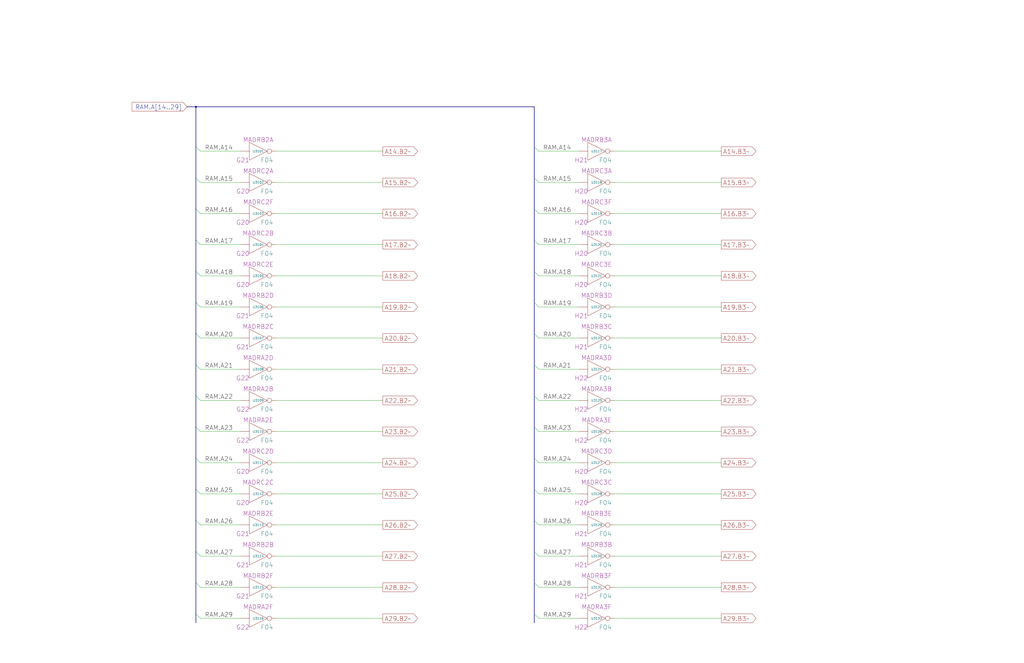
<source format=kicad_sch>
(kicad_sch (version 20250114) (generator "eeschema") (generator_version "9.0")
  (paper "User" 584.2 378.46)
  (title_block (title "MEMORY\\nBYTE 2 & 3 ADDRESS DRIVERS") (date "22-SEP-90") (rev "2.0") (comment 1 "IOC") (comment 2 "232-003061") (comment 3 "S400") (comment 4 "RELEASED"))
  (lib_symbols
    (symbol "r1000:F04" (pin_numbers (hide yes)) (pin_names (hide yes))
      (property "Reference" "U" (at 0 0 0))
      (property "Value" "F04" (at 1.27 -5.08 0))
      (property "Location" "___" (at -12.7 -5.08 0))
      (property "Name" "______" (at 0 5.08 0))
      (symbol "F04_0_1"
        (polyline (pts (xy -7.62 0) (xy -5.08 0)) (stroke (width 0.1524)))
        (polyline (pts (xy -5.08 5.08) (xy -5.08 -5.08)) (stroke (width 0.1524)))
        (polyline (pts (xy 5.08 0) (xy -5.08 5.08)) (stroke (width 0.1524)))
        (polyline (pts (xy 5.08 0) (xy -5.08 -5.08)) (stroke (width 0.1524)))
        (circle (center 6.35 0) (radius 1.27) (stroke (width 0.1524)))
      )
      (symbol "F04_1_1"
        (pin input line (at -10.16 0 0) (length 2.54) (name "D0") (number "1"))
        (pin output line (at 10.16 0 180) (length 2.54) (name "Q") (number "2"))
      )
    )
  )
  (junction (at 111.76 60.96))
  (bus_entry (at 111.76 137.16) (size 2.54 2.54))
  (bus_entry (at 304.8 226.06) (size 2.54 2.54))
  (bus_entry (at 111.76 314.96) (size 2.54 2.54))
  (bus_entry (at 111.76 297.18) (size 2.54 2.54))
  (bus_entry (at 304.8 154.94) (size 2.54 2.54))
  (bus_entry (at 111.76 279.4) (size 2.54 2.54))
  (bus_entry (at 304.8 101.6) (size 2.54 2.54))
  (bus_entry (at 111.76 154.94) (size 2.54 2.54))
  (bus_entry (at 111.76 261.62) (size 2.54 2.54))
  (bus_entry (at 304.8 243.84) (size 2.54 2.54))
  (bus_entry (at 111.76 83.82) (size 2.54 2.54))
  (bus_entry (at 304.8 208.28) (size 2.54 2.54))
  (bus_entry (at 304.8 119.38) (size 2.54 2.54))
  (bus_entry (at 111.76 119.38) (size 2.54 2.54))
  (bus_entry (at 304.8 83.82) (size 2.54 2.54))
  (bus_entry (at 111.76 190.5) (size 2.54 2.54))
  (bus_entry (at 304.8 279.4) (size 2.54 2.54))
  (bus_entry (at 304.8 297.18) (size 2.54 2.54))
  (bus_entry (at 304.8 332.74) (size 2.54 2.54))
  (bus_entry (at 111.76 101.6) (size 2.54 2.54))
  (bus_entry (at 111.76 208.28) (size 2.54 2.54))
  (bus_entry (at 111.76 332.74) (size 2.54 2.54))
  (bus_entry (at 111.76 226.06) (size 2.54 2.54))
  (bus_entry (at 111.76 243.84) (size 2.54 2.54))
  (bus_entry (at 304.8 261.62) (size 2.54 2.54))
  (bus_entry (at 304.8 314.96) (size 2.54 2.54))
  (bus_entry (at 111.76 350.52) (size 2.54 2.54))
  (bus_entry (at 304.8 137.16) (size 2.54 2.54))
  (bus_entry (at 111.76 172.72) (size 2.54 2.54))
  (bus_entry (at 304.8 172.72) (size 2.54 2.54))
  (bus_entry (at 304.8 350.52) (size 2.54 2.54))
  (bus_entry (at 304.8 190.5) (size 2.54 2.54))
  (wire (pts (xy 114.3 121.92) (xy 137.16 121.92)))
  (bus (pts (xy 304.8 154.94) (xy 304.8 172.72)))
  (bus (pts (xy 111.76 101.6) (xy 111.76 119.38)))
  (bus (pts (xy 111.76 350.52) (xy 111.76 355.6)))
  (wire (pts (xy 307.34 210.82) (xy 330.2 210.82)))
  (wire (pts (xy 114.3 299.72) (xy 137.16 299.72)))
  (bus (pts (xy 111.76 119.38) (xy 111.76 137.16)))
  (bus (pts (xy 304.8 226.06) (xy 304.8 243.84)))
  (wire (pts (xy 350.52 228.6) (xy 411.48 228.6)))
  (wire (pts (xy 350.52 193.04) (xy 411.48 193.04)))
  (bus (pts (xy 304.8 314.96) (xy 304.8 332.74)))
  (wire (pts (xy 307.34 317.5) (xy 330.2 317.5)))
  (wire (pts (xy 350.52 335.28) (xy 411.48 335.28)))
  (wire (pts (xy 114.3 335.28) (xy 137.16 335.28)))
  (bus (pts (xy 106.68 60.96) (xy 111.76 60.96)))
  (wire (pts (xy 350.52 210.82) (xy 411.48 210.82)))
  (wire (pts (xy 157.48 104.14) (xy 218.44 104.14)))
  (wire (pts (xy 157.48 228.6) (xy 218.44 228.6)))
  (wire (pts (xy 350.52 175.26) (xy 411.48 175.26)))
  (wire (pts (xy 350.52 104.14) (xy 411.48 104.14)))
  (wire (pts (xy 307.34 246.38) (xy 330.2 246.38)))
  (bus (pts (xy 111.76 297.18) (xy 111.76 314.96)))
  (wire (pts (xy 157.48 281.94) (xy 218.44 281.94)))
  (wire (pts (xy 114.3 246.38) (xy 137.16 246.38)))
  (bus (pts (xy 304.8 60.96) (xy 304.8 83.82)))
  (wire (pts (xy 114.3 281.94) (xy 137.16 281.94)))
  (wire (pts (xy 350.52 299.72) (xy 411.48 299.72)))
  (wire (pts (xy 350.52 121.92) (xy 411.48 121.92)))
  (wire (pts (xy 157.48 157.48) (xy 218.44 157.48)))
  (wire (pts (xy 307.34 86.36) (xy 330.2 86.36)))
  (wire (pts (xy 307.34 193.04) (xy 330.2 193.04)))
  (wire (pts (xy 350.52 139.7) (xy 411.48 139.7)))
  (wire (pts (xy 114.3 139.7) (xy 137.16 139.7)))
  (wire (pts (xy 307.34 335.28) (xy 330.2 335.28)))
  (bus (pts (xy 304.8 137.16) (xy 304.8 154.94)))
  (wire (pts (xy 157.48 210.82) (xy 218.44 210.82)))
  (wire (pts (xy 307.34 175.26) (xy 330.2 175.26)))
  (wire (pts (xy 114.3 228.6) (xy 137.16 228.6)))
  (bus (pts (xy 111.76 137.16) (xy 111.76 154.94)))
  (bus (pts (xy 111.76 279.4) (xy 111.76 297.18)))
  (wire (pts (xy 307.34 228.6) (xy 330.2 228.6)))
  (wire (pts (xy 114.3 175.26) (xy 137.16 175.26)))
  (bus (pts (xy 111.76 226.06) (xy 111.76 243.84)))
  (wire (pts (xy 157.48 246.38) (xy 218.44 246.38)))
  (bus (pts (xy 304.8 332.74) (xy 304.8 350.52)))
  (wire (pts (xy 157.48 86.36) (xy 218.44 86.36)))
  (wire (pts (xy 307.34 139.7) (xy 330.2 139.7)))
  (wire (pts (xy 157.48 175.26) (xy 218.44 175.26)))
  (wire (pts (xy 157.48 353.06) (xy 218.44 353.06)))
  (wire (pts (xy 157.48 193.04) (xy 218.44 193.04)))
  (wire (pts (xy 350.52 281.94) (xy 411.48 281.94)))
  (bus (pts (xy 304.8 261.62) (xy 304.8 279.4)))
  (bus (pts (xy 111.76 172.72) (xy 111.76 190.5)))
  (bus (pts (xy 304.8 297.18) (xy 304.8 314.96)))
  (wire (pts (xy 350.52 86.36) (xy 411.48 86.36)))
  (wire (pts (xy 350.52 353.06) (xy 411.48 353.06)))
  (wire (pts (xy 307.34 104.14) (xy 330.2 104.14)))
  (wire (pts (xy 307.34 157.48) (xy 330.2 157.48)))
  (wire (pts (xy 157.48 264.16) (xy 218.44 264.16)))
  (wire (pts (xy 114.3 86.36) (xy 137.16 86.36)))
  (bus (pts (xy 111.76 83.82) (xy 111.76 101.6)))
  (bus (pts (xy 111.76 243.84) (xy 111.76 261.62)))
  (wire (pts (xy 350.52 317.5) (xy 411.48 317.5)))
  (bus (pts (xy 111.76 60.96) (xy 304.8 60.96)))
  (bus (pts (xy 304.8 101.6) (xy 304.8 119.38)))
  (wire (pts (xy 307.34 281.94) (xy 330.2 281.94)))
  (wire (pts (xy 114.3 264.16) (xy 137.16 264.16)))
  (wire (pts (xy 307.34 264.16) (xy 330.2 264.16)))
  (wire (pts (xy 114.3 317.5) (xy 137.16 317.5)))
  (wire (pts (xy 114.3 157.48) (xy 137.16 157.48)))
  (bus (pts (xy 111.76 332.74) (xy 111.76 350.52)))
  (wire (pts (xy 114.3 104.14) (xy 137.16 104.14)))
  (wire (pts (xy 157.48 317.5) (xy 218.44 317.5)))
  (bus (pts (xy 304.8 190.5) (xy 304.8 208.28)))
  (wire (pts (xy 307.34 353.06) (xy 330.2 353.06)))
  (wire (pts (xy 157.48 335.28) (xy 218.44 335.28)))
  (bus (pts (xy 304.8 83.82) (xy 304.8 101.6)))
  (bus (pts (xy 111.76 261.62) (xy 111.76 279.4)))
  (wire (pts (xy 350.52 246.38) (xy 411.48 246.38)))
  (wire (pts (xy 157.48 121.92) (xy 218.44 121.92)))
  (wire (pts (xy 307.34 121.92) (xy 330.2 121.92)))
  (bus (pts (xy 111.76 314.96) (xy 111.76 332.74)))
  (bus (pts (xy 304.8 208.28) (xy 304.8 226.06)))
  (wire (pts (xy 114.3 210.82) (xy 137.16 210.82)))
  (wire (pts (xy 114.3 353.06) (xy 137.16 353.06)))
  (wire (pts (xy 114.3 193.04) (xy 137.16 193.04)))
  (bus (pts (xy 111.76 208.28) (xy 111.76 226.06)))
  (wire (pts (xy 350.52 157.48) (xy 411.48 157.48)))
  (bus (pts (xy 304.8 119.38) (xy 304.8 137.16)))
  (wire (pts (xy 157.48 299.72) (xy 218.44 299.72)))
  (bus (pts (xy 304.8 279.4) (xy 304.8 297.18)))
  (bus (pts (xy 111.76 190.5) (xy 111.76 208.28)))
  (bus (pts (xy 304.8 350.52) (xy 304.8 355.6)))
  (wire (pts (xy 157.48 139.7) (xy 218.44 139.7)))
  (wire (pts (xy 307.34 299.72) (xy 330.2 299.72)))
  (wire (pts (xy 350.52 264.16) (xy 411.48 264.16)))
  (bus (pts (xy 304.8 243.84) (xy 304.8 261.62)))
  (bus (pts (xy 111.76 154.94) (xy 111.76 172.72)))
  (bus (pts (xy 111.76 60.96) (xy 111.76 83.82)))
  (bus (pts (xy 304.8 172.72) (xy 304.8 190.5)))
  (label "RAM.A28" (at 116.84 335.28 0) (effects (font (size 2.54 2.54))))
  (label "RAM.A27" (at 309.88 317.5 0) (effects (font (size 2.54 2.54))))
  (label "RAM.A23" (at 116.84 246.38 0) (effects (font (size 2.54 2.54))))
  (label "RAM.A24" (at 116.84 264.16 0) (effects (font (size 2.54 2.54))))
  (label "RAM.A19" (at 309.88 175.26 0) (effects (font (size 2.54 2.54))))
  (label "RAM.A22" (at 116.84 228.6 0) (effects (font (size 2.54 2.54))))
  (label "RAM.A18" (at 116.84 157.48 0) (effects (font (size 2.54 2.54))))
  (label "RAM.A16" (at 309.88 121.92 0) (effects (font (size 2.54 2.54))))
  (label "RAM.A15" (at 116.84 104.14 0) (effects (font (size 2.54 2.54))))
  (label "RAM.A17" (at 309.88 139.7 0) (effects (font (size 2.54 2.54))))
  (label "RAM.A18" (at 309.88 157.48 0) (effects (font (size 2.54 2.54))))
  (label "RAM.A28" (at 309.88 335.28 0) (effects (font (size 2.54 2.54))))
  (label "RAM.A29" (at 309.88 353.06 0) (effects (font (size 2.54 2.54))))
  (label "RAM.A25" (at 116.84 281.94 0) (effects (font (size 2.54 2.54))))
  (label "RAM.A22" (at 309.88 228.6 0) (effects (font (size 2.54 2.54))))
  (label "RAM.A19" (at 116.84 175.26 0) (effects (font (size 2.54 2.54))))
  (label "RAM.A17" (at 116.84 139.7 0) (effects (font (size 2.54 2.54))))
  (label "RAM.A23" (at 309.88 246.38 0) (effects (font (size 2.54 2.54))))
  (label "RAM.A14" (at 309.88 86.36 0) (effects (font (size 2.54 2.54))))
  (label "RAM.A24" (at 309.88 264.16 0) (effects (font (size 2.54 2.54))))
  (label "RAM.A26" (at 309.88 299.72 0) (effects (font (size 2.54 2.54))))
  (label "RAM.A20" (at 116.84 193.04 0) (effects (font (size 2.54 2.54))))
  (label "RAM.A20" (at 309.88 193.04 0) (effects (font (size 2.54 2.54))))
  (label "RAM.A26" (at 116.84 299.72 0) (effects (font (size 2.54 2.54))))
  (label "RAM.A25" (at 309.88 281.94 0) (effects (font (size 2.54 2.54))))
  (label "RAM.A16" (at 116.84 121.92 0) (effects (font (size 2.54 2.54))))
  (label "RAM.A29" (at 116.84 353.06 0) (effects (font (size 2.54 2.54))))
  (label "RAM.A27" (at 116.84 317.5 0) (effects (font (size 2.54 2.54))))
  (label "RAM.A21" (at 116.84 210.82 0) (effects (font (size 2.54 2.54))))
  (label "RAM.A14" (at 116.84 86.36 0) (effects (font (size 2.54 2.54))))
  (label "RAM.A21" (at 309.88 210.82 0) (effects (font (size 2.54 2.54))))
  (label "RAM.A15" (at 309.88 104.14 0) (effects (font (size 2.54 2.54))))
  (global_label "A16.B2~" (shape output) (at 218.44 121.92 0) (effects (font (size 2.54 2.54))) (property "Intersheetrefs" "${INTERSHEET_REFS}" (at 238.887 121.7613 0) (effects (font (size 1.905 1.905)) (justify left))))
  (global_label "A19.B3~" (shape output) (at 411.48 175.26 0) (effects (font (size 2.54 2.54))) (property "Intersheetrefs" "${INTERSHEET_REFS}" (at 431.927 175.1013 0) (effects (font (size 1.905 1.905)) (justify left))))
  (global_label "A20.B3~" (shape output) (at 411.48 193.04 0) (effects (font (size 2.54 2.54))) (property "Intersheetrefs" "${INTERSHEET_REFS}" (at 431.927 192.8813 0) (effects (font (size 1.905 1.905)) (justify left))))
  (global_label "A14.B2~" (shape output) (at 218.44 86.36 0) (effects (font (size 2.54 2.54))) (property "Intersheetrefs" "${INTERSHEET_REFS}" (at 238.887 86.2013 0) (effects (font (size 1.905 1.905)) (justify left))))
  (global_label "A21.B2~" (shape output) (at 218.44 210.82 0) (effects (font (size 2.54 2.54))) (property "Intersheetrefs" "${INTERSHEET_REFS}" (at 238.887 210.6613 0) (effects (font (size 1.905 1.905)) (justify left))))
  (global_label "A28.B2~" (shape output) (at 218.44 335.28 0) (effects (font (size 2.54 2.54))) (property "Intersheetrefs" "${INTERSHEET_REFS}" (at 238.887 335.1213 0) (effects (font (size 1.905 1.905)) (justify left))))
  (global_label "A29.B3~" (shape output) (at 411.48 353.06 0) (effects (font (size 2.54 2.54))) (property "Intersheetrefs" "${INTERSHEET_REFS}" (at 431.927 352.9013 0) (effects (font (size 1.905 1.905)) (justify left))))
  (global_label "A16.B3~" (shape output) (at 411.48 121.92 0) (effects (font (size 2.54 2.54))) (property "Intersheetrefs" "${INTERSHEET_REFS}" (at 431.927 121.7613 0) (effects (font (size 1.905 1.905)) (justify left))))
  (global_label "RAM.A[14..29]" (shape input) (at 106.68 60.96 180) (effects (font (size 2.54 2.54))) (property "Intersheetrefs" "${INTERSHEET_REFS}" (at 74.9844 60.8013 0) (effects (font (size 1.905 1.905)) (justify right))))
  (global_label "A20.B2~" (shape output) (at 218.44 193.04 0) (effects (font (size 2.54 2.54))) (property "Intersheetrefs" "${INTERSHEET_REFS}" (at 238.887 192.8813 0) (effects (font (size 1.905 1.905)) (justify left))))
  (global_label "A15.B2~" (shape output) (at 218.44 104.14 0) (effects (font (size 2.54 2.54))) (property "Intersheetrefs" "${INTERSHEET_REFS}" (at 238.887 103.9813 0) (effects (font (size 1.905 1.905)) (justify left))))
  (global_label "A24.B2~" (shape output) (at 218.44 264.16 0) (effects (font (size 2.54 2.54))) (property "Intersheetrefs" "${INTERSHEET_REFS}" (at 238.887 264.0013 0) (effects (font (size 1.905 1.905)) (justify left))))
  (global_label "A27.B2~" (shape output) (at 218.44 317.5 0) (effects (font (size 2.54 2.54))) (property "Intersheetrefs" "${INTERSHEET_REFS}" (at 238.887 317.3413 0) (effects (font (size 1.905 1.905)) (justify left))))
  (global_label "A25.B3~" (shape output) (at 411.48 281.94 0) (effects (font (size 2.54 2.54))) (property "Intersheetrefs" "${INTERSHEET_REFS}" (at 431.927 281.7813 0) (effects (font (size 1.905 1.905)) (justify left))))
  (global_label "A22.B2~" (shape output) (at 218.44 228.6 0) (effects (font (size 2.54 2.54))) (property "Intersheetrefs" "${INTERSHEET_REFS}" (at 238.887 228.4413 0) (effects (font (size 1.905 1.905)) (justify left))))
  (global_label "A21.B3~" (shape output) (at 411.48 210.82 0) (effects (font (size 2.54 2.54))) (property "Intersheetrefs" "${INTERSHEET_REFS}" (at 431.927 210.6613 0) (effects (font (size 1.905 1.905)) (justify left))))
  (global_label "A27.B3~" (shape output) (at 411.48 317.5 0) (effects (font (size 2.54 2.54))) (property "Intersheetrefs" "${INTERSHEET_REFS}" (at 431.927 317.3413 0) (effects (font (size 1.905 1.905)) (justify left))))
  (global_label "A25.B2~" (shape output) (at 218.44 281.94 0) (effects (font (size 2.54 2.54))) (property "Intersheetrefs" "${INTERSHEET_REFS}" (at 238.887 281.7813 0) (effects (font (size 1.905 1.905)) (justify left))))
  (global_label "A24.B3~" (shape output) (at 411.48 264.16 0) (effects (font (size 2.54 2.54))) (property "Intersheetrefs" "${INTERSHEET_REFS}" (at 431.927 264.0013 0) (effects (font (size 1.905 1.905)) (justify left))))
  (global_label "A17.B2~" (shape output) (at 218.44 139.7 0) (effects (font (size 2.54 2.54))) (property "Intersheetrefs" "${INTERSHEET_REFS}" (at 238.887 139.5413 0) (effects (font (size 1.905 1.905)) (justify left))))
  (global_label "A19.B2~" (shape output) (at 218.44 175.26 0) (effects (font (size 2.54 2.54))) (property "Intersheetrefs" "${INTERSHEET_REFS}" (at 238.887 175.1013 0) (effects (font (size 1.905 1.905)) (justify left))))
  (global_label "A26.B2~" (shape output) (at 218.44 299.72 0) (effects (font (size 2.54 2.54))) (property "Intersheetrefs" "${INTERSHEET_REFS}" (at 238.887 299.5613 0) (effects (font (size 1.905 1.905)) (justify left))))
  (global_label "A22.B3~" (shape output) (at 411.48 228.6 0) (effects (font (size 2.54 2.54))) (property "Intersheetrefs" "${INTERSHEET_REFS}" (at 431.927 228.4413 0) (effects (font (size 1.905 1.905)) (justify left))))
  (global_label "A15.B3~" (shape output) (at 411.48 104.14 0) (effects (font (size 2.54 2.54))) (property "Intersheetrefs" "${INTERSHEET_REFS}" (at 431.927 103.9813 0) (effects (font (size 1.905 1.905)) (justify left))))
  (global_label "A29.B2~" (shape output) (at 218.44 353.06 0) (effects (font (size 2.54 2.54))) (property "Intersheetrefs" "${INTERSHEET_REFS}" (at 238.887 352.9013 0) (effects (font (size 1.905 1.905)) (justify left))))
  (global_label "A17.B3~" (shape output) (at 411.48 139.7 0) (effects (font (size 2.54 2.54))) (property "Intersheetrefs" "${INTERSHEET_REFS}" (at 431.927 139.5413 0) (effects (font (size 1.905 1.905)) (justify left))))
  (global_label "A18.B3~" (shape output) (at 411.48 157.48 0) (effects (font (size 2.54 2.54))) (property "Intersheetrefs" "${INTERSHEET_REFS}" (at 431.927 157.3213 0) (effects (font (size 1.905 1.905)) (justify left))))
  (global_label "A28.B3~" (shape output) (at 411.48 335.28 0) (effects (font (size 2.54 2.54))) (property "Intersheetrefs" "${INTERSHEET_REFS}" (at 431.927 335.1213 0) (effects (font (size 1.905 1.905)) (justify left))))
  (global_label "A23.B3~" (shape output) (at 411.48 246.38 0) (effects (font (size 2.54 2.54))) (property "Intersheetrefs" "${INTERSHEET_REFS}" (at 431.927 246.2213 0) (effects (font (size 1.905 1.905)) (justify left))))
  (global_label "A18.B2~" (shape output) (at 218.44 157.48 0) (effects (font (size 2.54 2.54))) (property "Intersheetrefs" "${INTERSHEET_REFS}" (at 238.887 157.3213 0) (effects (font (size 1.905 1.905)) (justify left))))
  (global_label "A26.B3~" (shape output) (at 411.48 299.72 0) (effects (font (size 2.54 2.54))) (property "Intersheetrefs" "${INTERSHEET_REFS}" (at 431.927 299.5613 0) (effects (font (size 1.905 1.905)) (justify left))))
  (global_label "A23.B2~" (shape output) (at 218.44 246.38 0) (effects (font (size 2.54 2.54))) (property "Intersheetrefs" "${INTERSHEET_REFS}" (at 238.887 246.2213 0) (effects (font (size 1.905 1.905)) (justify left))))
  (global_label "A14.B3~" (shape output) (at 411.48 86.36 0) (effects (font (size 2.54 2.54))) (property "Intersheetrefs" "${INTERSHEET_REFS}" (at 431.927 86.2013 0) (effects (font (size 1.905 1.905)) (justify left))))
  (symbol (lib_id "r1000:F04") (at 147.32 193.04 0) (unit 1)
    (property "Reference" "U3107" (at 147.32 193.04 0))
    (property "Value" "F04" (at 148.59 198.12 0) (effects (font (size 2.54 2.54)) (justify left)))
    (property "Location" "G21" (at 134.62 198.12 0) (effects (font (size 2.54 2.54)) (justify left)))
    (property "Name" "MADRB2C" (at 147.32 187.96 0) (effects (font (size 2.54 2.54)) (justify bottom)))
  )
  (symbol (lib_id "r1000:F04") (at 147.32 228.6 0) (unit 1)
    (property "Reference" "U3109" (at 147.32 228.6 0))
    (property "Value" "F04" (at 148.59 233.68 0) (effects (font (size 2.54 2.54)) (justify left)))
    (property "Location" "G22" (at 134.62 233.68 0) (effects (font (size 2.54 2.54)) (justify left)))
    (property "Name" "MADRA2B" (at 147.32 223.52 0) (effects (font (size 2.54 2.54)) (justify bottom)))
  )
  (symbol (lib_id "r1000:F04") (at 147.32 246.38 0) (unit 1)
    (property "Reference" "U3110" (at 147.32 246.38 0))
    (property "Value" "F04" (at 148.59 251.46 0) (effects (font (size 2.54 2.54)) (justify left)))
    (property "Location" "G22" (at 134.62 251.46 0) (effects (font (size 2.54 2.54)) (justify left)))
    (property "Name" "MADRA2E" (at 147.32 241.3 0) (effects (font (size 2.54 2.54)) (justify bottom)))
  )
  (symbol (lib_id "r1000:F04") (at 340.36 246.38 0) (unit 1)
    (property "Reference" "U3126" (at 340.36 246.38 0))
    (property "Value" "F04" (at 341.63 251.46 0) (effects (font (size 2.54 2.54)) (justify left)))
    (property "Location" "H22" (at 327.66 251.46 0) (effects (font (size 2.54 2.54)) (justify left)))
    (property "Name" "MADRA3E" (at 340.36 241.3 0) (effects (font (size 2.54 2.54)) (justify bottom)))
  )
  (symbol (lib_id "r1000:F04") (at 340.36 228.6 0) (unit 1)
    (property "Reference" "U3125" (at 340.36 228.6 0))
    (property "Value" "F04" (at 341.63 233.68 0) (effects (font (size 2.54 2.54)) (justify left)))
    (property "Location" "H22" (at 327.66 233.68 0) (effects (font (size 2.54 2.54)) (justify left)))
    (property "Name" "MADRA3B" (at 340.36 223.52 0) (effects (font (size 2.54 2.54)) (justify bottom)))
  )
  (symbol (lib_id "r1000:F04") (at 147.32 104.14 0) (unit 1)
    (property "Reference" "U3102" (at 147.32 104.14 0))
    (property "Value" "F04" (at 148.59 109.22 0) (effects (font (size 2.54 2.54)) (justify left)))
    (property "Location" "G20" (at 134.62 109.22 0) (effects (font (size 2.54 2.54)) (justify left)))
    (property "Name" "MADRC2A" (at 147.32 99.06 0) (effects (font (size 2.54 2.54)) (justify bottom)))
  )
  (symbol (lib_id "r1000:F04") (at 147.32 86.36 0) (unit 1)
    (property "Reference" "U3101" (at 147.32 86.36 0))
    (property "Value" "F04" (at 148.59 91.44 0) (effects (font (size 2.54 2.54)) (justify left)))
    (property "Location" "G21" (at 134.62 91.44 0) (effects (font (size 2.54 2.54)) (justify left)))
    (property "Name" "MADRB2A" (at 147.32 81.28 0) (effects (font (size 2.54 2.54)) (justify bottom)))
  )
  (symbol (lib_id "r1000:F04") (at 147.32 264.16 0) (unit 1)
    (property "Reference" "U3111" (at 147.32 264.16 0))
    (property "Value" "F04" (at 148.59 269.24 0) (effects (font (size 2.54 2.54)) (justify left)))
    (property "Location" "G20" (at 134.62 269.24 0) (effects (font (size 2.54 2.54)) (justify left)))
    (property "Name" "MADRC2D" (at 147.32 259.08 0) (effects (font (size 2.54 2.54)) (justify bottom)))
  )
  (symbol (lib_id "r1000:F04") (at 340.36 317.5 0) (unit 1)
    (property "Reference" "U3130" (at 340.36 317.5 0))
    (property "Value" "F04" (at 341.63 322.58 0) (effects (font (size 2.54 2.54)) (justify left)))
    (property "Location" "H21" (at 327.66 322.58 0) (effects (font (size 2.54 2.54)) (justify left)))
    (property "Name" "MADRB3B" (at 340.36 312.42 0) (effects (font (size 2.54 2.54)) (justify bottom)))
  )
  (symbol (lib_id "r1000:F04") (at 340.36 264.16 0) (unit 1)
    (property "Reference" "U3127" (at 340.36 264.16 0))
    (property "Value" "F04" (at 341.63 269.24 0) (effects (font (size 2.54 2.54)) (justify left)))
    (property "Location" "H20" (at 327.66 269.24 0) (effects (font (size 2.54 2.54)) (justify left)))
    (property "Name" "MADRC3D" (at 340.36 259.08 0) (effects (font (size 2.54 2.54)) (justify bottom)))
  )
  (symbol (lib_id "r1000:F04") (at 147.32 175.26 0) (unit 1)
    (property "Reference" "U3106" (at 147.32 175.26 0))
    (property "Value" "F04" (at 148.59 180.34 0) (effects (font (size 2.54 2.54)) (justify left)))
    (property "Location" "G21" (at 134.62 180.34 0) (effects (font (size 2.54 2.54)) (justify left)))
    (property "Name" "MADRB2D" (at 147.32 170.18 0) (effects (font (size 2.54 2.54)) (justify bottom)))
  )
  (symbol (lib_id "r1000:F04") (at 147.32 157.48 0) (unit 1)
    (property "Reference" "U3105" (at 147.32 157.48 0))
    (property "Value" "F04" (at 148.59 162.56 0) (effects (font (size 2.54 2.54)) (justify left)))
    (property "Location" "G20" (at 134.62 162.56 0) (effects (font (size 2.54 2.54)) (justify left)))
    (property "Name" "MADRC2E" (at 147.32 152.4 0) (effects (font (size 2.54 2.54)) (justify bottom)))
  )
  (symbol (lib_id "r1000:F04") (at 340.36 157.48 0) (unit 1)
    (property "Reference" "U3121" (at 340.36 157.48 0))
    (property "Value" "F04" (at 341.63 162.56 0) (effects (font (size 2.54 2.54)) (justify left)))
    (property "Location" "H20" (at 327.66 162.56 0) (effects (font (size 2.54 2.54)) (justify left)))
    (property "Name" "MADRC3E" (at 340.36 152.4 0) (effects (font (size 2.54 2.54)) (justify bottom)))
  )
  (symbol (lib_id "r1000:F04") (at 340.36 121.92 0) (unit 1)
    (property "Reference" "U3119" (at 340.36 121.92 0))
    (property "Value" "F04" (at 341.63 127 0) (effects (font (size 2.54 2.54)) (justify left)))
    (property "Location" "H20" (at 327.66 127 0) (effects (font (size 2.54 2.54)) (justify left)))
    (property "Name" "MADRC3F" (at 340.36 116.84 0) (effects (font (size 2.54 2.54)) (justify bottom)))
  )
  (symbol (lib_id "r1000:F04") (at 147.32 121.92 0) (unit 1)
    (property "Reference" "U3103" (at 147.32 121.92 0))
    (property "Value" "F04" (at 148.59 127 0) (effects (font (size 2.54 2.54)) (justify left)))
    (property "Location" "G20" (at 134.62 127 0) (effects (font (size 2.54 2.54)) (justify left)))
    (property "Name" "MADRC2F" (at 147.32 116.84 0) (effects (font (size 2.54 2.54)) (justify bottom)))
  )
  (symbol (lib_id "r1000:F04") (at 147.32 335.28 0) (unit 1)
    (property "Reference" "U3115" (at 147.32 335.28 0))
    (property "Value" "F04" (at 148.59 340.36 0) (effects (font (size 2.54 2.54)) (justify left)))
    (property "Location" "G21" (at 134.62 340.36 0) (effects (font (size 2.54 2.54)) (justify left)))
    (property "Name" "MADRB2F" (at 147.32 330.2 0) (effects (font (size 2.54 2.54)) (justify bottom)))
  )
  (symbol (lib_id "r1000:F04") (at 340.36 281.94 0) (unit 1)
    (property "Reference" "U3128" (at 340.36 281.94 0))
    (property "Value" "F04" (at 341.63 287.02 0) (effects (font (size 2.54 2.54)) (justify left)))
    (property "Location" "H20" (at 327.66 287.02 0) (effects (font (size 2.54 2.54)) (justify left)))
    (property "Name" "MADRC3C" (at 340.36 276.86 0) (effects (font (size 2.54 2.54)) (justify bottom)))
  )
  (symbol (lib_id "r1000:F04") (at 147.32 317.5 0) (unit 1)
    (property "Reference" "U3114" (at 147.32 317.5 0))
    (property "Value" "F04" (at 148.59 322.58 0) (effects (font (size 2.54 2.54)) (justify left)))
    (property "Location" "G21" (at 134.62 322.58 0) (effects (font (size 2.54 2.54)) (justify left)))
    (property "Name" "MADRB2B" (at 147.32 312.42 0) (effects (font (size 2.54 2.54)) (justify bottom)))
  )
  (symbol (lib_id "r1000:F04") (at 147.32 281.94 0) (unit 1)
    (property "Reference" "U3112" (at 147.32 281.94 0))
    (property "Value" "F04" (at 148.59 287.02 0) (effects (font (size 2.54 2.54)) (justify left)))
    (property "Location" "G20" (at 134.62 287.02 0) (effects (font (size 2.54 2.54)) (justify left)))
    (property "Name" "MADRC2C" (at 147.32 276.86 0) (effects (font (size 2.54 2.54)) (justify bottom)))
  )
  (symbol (lib_id "r1000:F04") (at 147.32 210.82 0) (unit 1)
    (property "Reference" "U3108" (at 147.32 210.82 0))
    (property "Value" "F04" (at 148.59 215.9 0) (effects (font (size 2.54 2.54)) (justify left)))
    (property "Location" "G22" (at 134.62 215.9 0) (effects (font (size 2.54 2.54)) (justify left)))
    (property "Name" "MADRA2D" (at 147.32 205.74 0) (effects (font (size 2.54 2.54)) (justify bottom)))
  )
  (symbol (lib_id "r1000:F04") (at 340.36 104.14 0) (unit 1)
    (property "Reference" "U3118" (at 340.36 104.14 0))
    (property "Value" "F04" (at 341.63 109.22 0) (effects (font (size 2.54 2.54)) (justify left)))
    (property "Location" "H20" (at 327.66 109.22 0) (effects (font (size 2.54 2.54)) (justify left)))
    (property "Name" "MADRC3A" (at 340.36 99.06 0) (effects (font (size 2.54 2.54)) (justify bottom)))
  )
  (symbol (lib_id "r1000:F04") (at 340.36 335.28 0) (unit 1)
    (property "Reference" "U3131" (at 340.36 335.28 0))
    (property "Value" "F04" (at 341.63 340.36 0) (effects (font (size 2.54 2.54)) (justify left)))
    (property "Location" "H21" (at 327.66 340.36 0) (effects (font (size 2.54 2.54)) (justify left)))
    (property "Name" "MADRB3F" (at 340.36 330.2 0) (effects (font (size 2.54 2.54)) (justify bottom)))
  )
  (symbol (lib_id "r1000:F04") (at 340.36 175.26 0) (unit 1)
    (property "Reference" "U3122" (at 340.36 175.26 0))
    (property "Value" "F04" (at 341.63 180.34 0) (effects (font (size 2.54 2.54)) (justify left)))
    (property "Location" "H21" (at 327.66 180.34 0) (effects (font (size 2.54 2.54)) (justify left)))
    (property "Name" "MADRB3D" (at 340.36 170.18 0) (effects (font (size 2.54 2.54)) (justify bottom)))
  )
  (symbol (lib_id "r1000:F04") (at 340.36 139.7 0) (unit 1)
    (property "Reference" "U3120" (at 340.36 139.7 0))
    (property "Value" "F04" (at 341.63 144.78 0) (effects (font (size 2.54 2.54)) (justify left)))
    (property "Location" "H20" (at 327.66 144.78 0) (effects (font (size 2.54 2.54)) (justify left)))
    (property "Name" "MADRC3B" (at 340.36 134.62 0) (effects (font (size 2.54 2.54)) (justify bottom)))
  )
  (symbol (lib_id "r1000:F04") (at 340.36 86.36 0) (unit 1)
    (property "Reference" "U3117" (at 340.36 86.36 0))
    (property "Value" "F04" (at 341.63 91.44 0) (effects (font (size 2.54 2.54)) (justify left)))
    (property "Location" "H21" (at 327.66 91.44 0) (effects (font (size 2.54 2.54)) (justify left)))
    (property "Name" "MADRB3A" (at 340.36 81.28 0) (effects (font (size 2.54 2.54)) (justify bottom)))
  )
  (symbol (lib_id "r1000:F04") (at 340.36 193.04 0) (unit 1)
    (property "Reference" "U3123" (at 340.36 193.04 0))
    (property "Value" "F04" (at 341.63 198.12 0) (effects (font (size 2.54 2.54)) (justify left)))
    (property "Location" "H21" (at 327.66 198.12 0) (effects (font (size 2.54 2.54)) (justify left)))
    (property "Name" "MADRB3C" (at 340.36 187.96 0) (effects (font (size 2.54 2.54)) (justify bottom)))
  )
  (symbol (lib_id "r1000:F04") (at 340.36 210.82 0) (unit 1)
    (property "Reference" "U3124" (at 340.36 210.82 0))
    (property "Value" "F04" (at 341.63 215.9 0) (effects (font (size 2.54 2.54)) (justify left)))
    (property "Location" "H22" (at 327.66 215.9 0) (effects (font (size 2.54 2.54)) (justify left)))
    (property "Name" "MADRA3D" (at 340.36 205.74 0) (effects (font (size 2.54 2.54)) (justify bottom)))
  )
  (symbol (lib_id "r1000:F04") (at 147.32 299.72 0) (unit 1)
    (property "Reference" "U3113" (at 147.32 299.72 0))
    (property "Value" "F04" (at 148.59 304.8 0) (effects (font (size 2.54 2.54)) (justify left)))
    (property "Location" "G21" (at 134.62 304.8 0) (effects (font (size 2.54 2.54)) (justify left)))
    (property "Name" "MADRB2E" (at 147.32 294.64 0) (effects (font (size 2.54 2.54)) (justify bottom)))
  )
  (symbol (lib_id "r1000:F04") (at 340.36 299.72 0) (unit 1)
    (property "Reference" "U3129" (at 340.36 299.72 0))
    (property "Value" "F04" (at 341.63 304.8 0) (effects (font (size 2.54 2.54)) (justify left)))
    (property "Location" "H21" (at 327.66 304.8 0) (effects (font (size 2.54 2.54)) (justify left)))
    (property "Name" "MADRB3E" (at 340.36 294.64 0) (effects (font (size 2.54 2.54)) (justify bottom)))
  )
  (symbol (lib_id "r1000:F04") (at 147.32 353.06 0) (unit 1)
    (property "Reference" "U3116" (at 147.32 353.06 0))
    (property "Value" "F04" (at 148.59 358.14 0) (effects (font (size 2.54 2.54)) (justify left)))
    (property "Location" "G22" (at 134.62 358.14 0) (effects (font (size 2.54 2.54)) (justify left)))
    (property "Name" "MADRA2F" (at 147.32 347.98 0) (effects (font (size 2.54 2.54)) (justify bottom)))
  )
  (symbol (lib_id "r1000:F04") (at 147.32 139.7 0) (unit 1)
    (property "Reference" "U3104" (at 147.32 139.7 0))
    (property "Value" "F04" (at 148.59 144.78 0) (effects (font (size 2.54 2.54)) (justify left)))
    (property "Location" "G20" (at 134.62 144.78 0) (effects (font (size 2.54 2.54)) (justify left)))
    (property "Name" "MADRC2B" (at 147.32 134.62 0) (effects (font (size 2.54 2.54)) (justify bottom)))
  )
  (symbol (lib_id "r1000:F04") (at 340.36 353.06 0) (unit 1)
    (property "Reference" "U3132" (at 340.36 353.06 0))
    (property "Value" "F04" (at 341.63 358.14 0) (effects (font (size 2.54 2.54)) (justify left)))
    (property "Location" "H22" (at 327.66 358.14 0) (effects (font (size 2.54 2.54)) (justify left)))
    (property "Name" "MADRA3F" (at 340.36 347.98 0) (effects (font (size 2.54 2.54)) (justify bottom)))
  )
)
</source>
